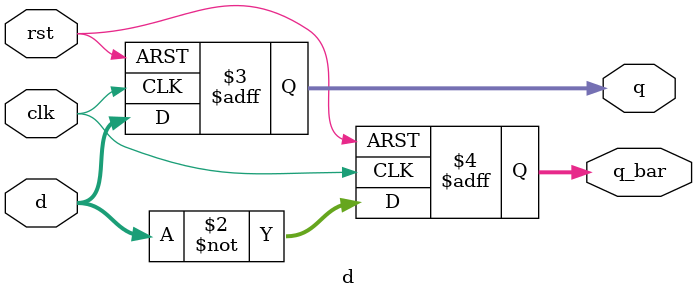
<source format=v>
module d #(parameter N = 4)
     (
     input rst, clk,
	 input [N-1:0] d,
	 output reg [N-1:0] q, q_bar
	 );
	 always @(posedge clk or posedge rst) begin
	     if(rst)begin
		     q <= {N{1'b0}};
			 q_bar <= {N{1'b0}};
		    end
		 else begin
		     q <= d;
			 q_bar <= ~d;
		    end
		end
	endmodule
</source>
